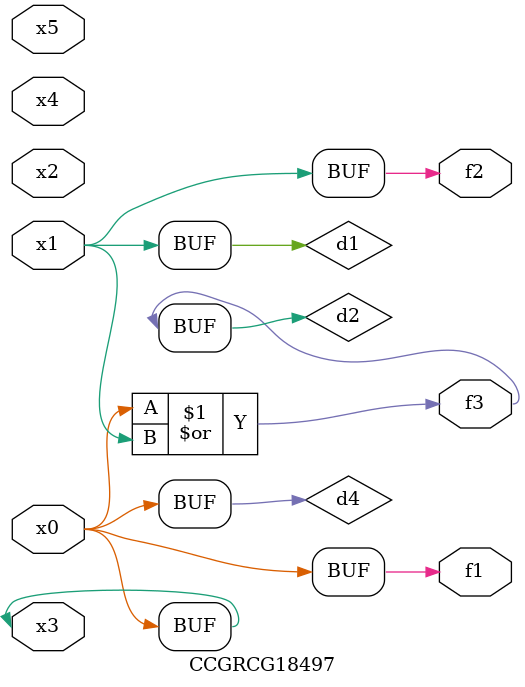
<source format=v>
module CCGRCG18497(
	input x0, x1, x2, x3, x4, x5,
	output f1, f2, f3
);

	wire d1, d2, d3, d4;

	and (d1, x1);
	or (d2, x0, x1);
	nand (d3, x0, x5);
	buf (d4, x0, x3);
	assign f1 = d4;
	assign f2 = d1;
	assign f3 = d2;
endmodule

</source>
